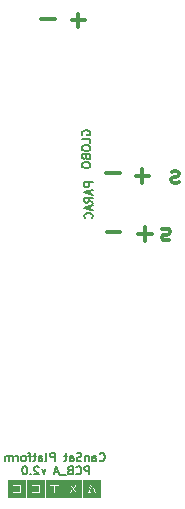
<source format=gbr>
G04 #@! TF.GenerationSoftware,KiCad,Pcbnew,(5.1.0)-1*
G04 #@! TF.CreationDate,2019-06-21T14:16:56-03:00*
G04 #@! TF.ProjectId,PCB_A,5043425f-412e-46b6-9963-61645f706362,rev?*
G04 #@! TF.SameCoordinates,Original*
G04 #@! TF.FileFunction,Legend,Bot*
G04 #@! TF.FilePolarity,Positive*
%FSLAX46Y46*%
G04 Gerber Fmt 4.6, Leading zero omitted, Abs format (unit mm)*
G04 Created by KiCad (PCBNEW (5.1.0)-1) date 2019-06-21 14:16:56*
%MOMM*%
%LPD*%
G04 APERTURE LIST*
%ADD10C,0.300000*%
%ADD11C,0.175000*%
%ADD12C,0.010000*%
G04 APERTURE END LIST*
D10*
X20083371Y1195342D02*
X20226228Y1266771D01*
X20511942Y1266771D01*
X20654800Y1195342D01*
X20726228Y1052485D01*
X20726228Y981057D01*
X20654800Y838200D01*
X20511942Y766771D01*
X20297657Y766771D01*
X20154800Y695342D01*
X20083371Y552485D01*
X20083371Y481057D01*
X20154800Y338200D01*
X20297657Y266771D01*
X20511942Y266771D01*
X20654800Y338200D01*
D11*
X14768833Y-18347500D02*
X14802166Y-18380833D01*
X14902166Y-18414166D01*
X14968833Y-18414166D01*
X15068833Y-18380833D01*
X15135500Y-18314166D01*
X15168833Y-18247500D01*
X15202166Y-18114166D01*
X15202166Y-18014166D01*
X15168833Y-17880833D01*
X15135500Y-17814166D01*
X15068833Y-17747500D01*
X14968833Y-17714166D01*
X14902166Y-17714166D01*
X14802166Y-17747500D01*
X14768833Y-17780833D01*
X14168833Y-18414166D02*
X14168833Y-18047500D01*
X14202166Y-17980833D01*
X14268833Y-17947500D01*
X14402166Y-17947500D01*
X14468833Y-17980833D01*
X14168833Y-18380833D02*
X14235500Y-18414166D01*
X14402166Y-18414166D01*
X14468833Y-18380833D01*
X14502166Y-18314166D01*
X14502166Y-18247500D01*
X14468833Y-18180833D01*
X14402166Y-18147500D01*
X14235500Y-18147500D01*
X14168833Y-18114166D01*
X13835500Y-17947500D02*
X13835500Y-18414166D01*
X13835500Y-18014166D02*
X13802166Y-17980833D01*
X13735500Y-17947500D01*
X13635500Y-17947500D01*
X13568833Y-17980833D01*
X13535500Y-18047500D01*
X13535500Y-18414166D01*
X13235500Y-18380833D02*
X13135500Y-18414166D01*
X12968833Y-18414166D01*
X12902166Y-18380833D01*
X12868833Y-18347500D01*
X12835500Y-18280833D01*
X12835500Y-18214166D01*
X12868833Y-18147500D01*
X12902166Y-18114166D01*
X12968833Y-18080833D01*
X13102166Y-18047500D01*
X13168833Y-18014166D01*
X13202166Y-17980833D01*
X13235500Y-17914166D01*
X13235500Y-17847500D01*
X13202166Y-17780833D01*
X13168833Y-17747500D01*
X13102166Y-17714166D01*
X12935500Y-17714166D01*
X12835500Y-17747500D01*
X12235500Y-18414166D02*
X12235500Y-18047500D01*
X12268833Y-17980833D01*
X12335500Y-17947500D01*
X12468833Y-17947500D01*
X12535500Y-17980833D01*
X12235500Y-18380833D02*
X12302166Y-18414166D01*
X12468833Y-18414166D01*
X12535500Y-18380833D01*
X12568833Y-18314166D01*
X12568833Y-18247500D01*
X12535500Y-18180833D01*
X12468833Y-18147500D01*
X12302166Y-18147500D01*
X12235500Y-18114166D01*
X12002166Y-17947500D02*
X11735500Y-17947500D01*
X11902166Y-17714166D02*
X11902166Y-18314166D01*
X11868833Y-18380833D01*
X11802166Y-18414166D01*
X11735500Y-18414166D01*
X10968833Y-18414166D02*
X10968833Y-17714166D01*
X10702166Y-17714166D01*
X10635500Y-17747500D01*
X10602166Y-17780833D01*
X10568833Y-17847500D01*
X10568833Y-17947500D01*
X10602166Y-18014166D01*
X10635500Y-18047500D01*
X10702166Y-18080833D01*
X10968833Y-18080833D01*
X10168833Y-18414166D02*
X10235500Y-18380833D01*
X10268833Y-18314166D01*
X10268833Y-17714166D01*
X9602166Y-18414166D02*
X9602166Y-18047500D01*
X9635500Y-17980833D01*
X9702166Y-17947500D01*
X9835500Y-17947500D01*
X9902166Y-17980833D01*
X9602166Y-18380833D02*
X9668833Y-18414166D01*
X9835500Y-18414166D01*
X9902166Y-18380833D01*
X9935500Y-18314166D01*
X9935500Y-18247500D01*
X9902166Y-18180833D01*
X9835500Y-18147500D01*
X9668833Y-18147500D01*
X9602166Y-18114166D01*
X9368833Y-17947500D02*
X9102166Y-17947500D01*
X9268833Y-17714166D02*
X9268833Y-18314166D01*
X9235500Y-18380833D01*
X9168833Y-18414166D01*
X9102166Y-18414166D01*
X8968833Y-17947500D02*
X8702166Y-17947500D01*
X8868833Y-18414166D02*
X8868833Y-17814166D01*
X8835500Y-17747500D01*
X8768833Y-17714166D01*
X8702166Y-17714166D01*
X8368833Y-18414166D02*
X8435500Y-18380833D01*
X8468833Y-18347500D01*
X8502166Y-18280833D01*
X8502166Y-18080833D01*
X8468833Y-18014166D01*
X8435500Y-17980833D01*
X8368833Y-17947500D01*
X8268833Y-17947500D01*
X8202166Y-17980833D01*
X8168833Y-18014166D01*
X8135500Y-18080833D01*
X8135500Y-18280833D01*
X8168833Y-18347500D01*
X8202166Y-18380833D01*
X8268833Y-18414166D01*
X8368833Y-18414166D01*
X7835500Y-18414166D02*
X7835500Y-17947500D01*
X7835500Y-18080833D02*
X7802166Y-18014166D01*
X7768833Y-17980833D01*
X7702166Y-17947500D01*
X7635500Y-17947500D01*
X7402166Y-18414166D02*
X7402166Y-17947500D01*
X7402166Y-18014166D02*
X7368833Y-17980833D01*
X7302166Y-17947500D01*
X7202166Y-17947500D01*
X7135500Y-17980833D01*
X7102166Y-18047500D01*
X7102166Y-18414166D01*
X7102166Y-18047500D02*
X7068833Y-17980833D01*
X7002166Y-17947500D01*
X6902166Y-17947500D01*
X6835500Y-17980833D01*
X6802166Y-18047500D01*
X6802166Y-18414166D01*
X14181666Y5173833D02*
X13481666Y5173833D01*
X13481666Y4907166D01*
X13515000Y4840500D01*
X13548333Y4807166D01*
X13615000Y4773833D01*
X13715000Y4773833D01*
X13781666Y4807166D01*
X13815000Y4840500D01*
X13848333Y4907166D01*
X13848333Y5173833D01*
X13981666Y4507166D02*
X13981666Y4173833D01*
X14181666Y4573833D02*
X13481666Y4340500D01*
X14181666Y4107166D01*
X14181666Y3473833D02*
X13848333Y3707166D01*
X14181666Y3873833D02*
X13481666Y3873833D01*
X13481666Y3607166D01*
X13515000Y3540500D01*
X13548333Y3507166D01*
X13615000Y3473833D01*
X13715000Y3473833D01*
X13781666Y3507166D01*
X13815000Y3540500D01*
X13848333Y3607166D01*
X13848333Y3873833D01*
X13981666Y3207166D02*
X13981666Y2873833D01*
X14181666Y3273833D02*
X13481666Y3040500D01*
X14181666Y2807166D01*
X14115000Y2173833D02*
X14148333Y2207166D01*
X14181666Y2307166D01*
X14181666Y2373833D01*
X14148333Y2473833D01*
X14081666Y2540500D01*
X14015000Y2573833D01*
X13881666Y2607166D01*
X13781666Y2607166D01*
X13648333Y2573833D01*
X13581666Y2540500D01*
X13515000Y2473833D01*
X13481666Y2373833D01*
X13481666Y2307166D01*
X13515000Y2207166D01*
X13548333Y2173833D01*
X13324600Y9190333D02*
X13291266Y9257000D01*
X13291266Y9357000D01*
X13324600Y9457000D01*
X13391266Y9523666D01*
X13457933Y9557000D01*
X13591266Y9590333D01*
X13691266Y9590333D01*
X13824600Y9557000D01*
X13891266Y9523666D01*
X13957933Y9457000D01*
X13991266Y9357000D01*
X13991266Y9290333D01*
X13957933Y9190333D01*
X13924600Y9157000D01*
X13691266Y9157000D01*
X13691266Y9290333D01*
X13991266Y8523666D02*
X13991266Y8857000D01*
X13291266Y8857000D01*
X13291266Y8157000D02*
X13291266Y8023666D01*
X13324600Y7957000D01*
X13391266Y7890333D01*
X13524600Y7857000D01*
X13757933Y7857000D01*
X13891266Y7890333D01*
X13957933Y7957000D01*
X13991266Y8023666D01*
X13991266Y8157000D01*
X13957933Y8223666D01*
X13891266Y8290333D01*
X13757933Y8323666D01*
X13524600Y8323666D01*
X13391266Y8290333D01*
X13324600Y8223666D01*
X13291266Y8157000D01*
X13624600Y7323666D02*
X13657933Y7223666D01*
X13691266Y7190333D01*
X13757933Y7157000D01*
X13857933Y7157000D01*
X13924600Y7190333D01*
X13957933Y7223666D01*
X13991266Y7290333D01*
X13991266Y7557000D01*
X13291266Y7557000D01*
X13291266Y7323666D01*
X13324600Y7257000D01*
X13357933Y7223666D01*
X13424600Y7190333D01*
X13491266Y7190333D01*
X13557933Y7223666D01*
X13591266Y7257000D01*
X13624600Y7323666D01*
X13624600Y7557000D01*
X13291266Y6723666D02*
X13291266Y6590333D01*
X13324600Y6523666D01*
X13391266Y6457000D01*
X13524600Y6423666D01*
X13757933Y6423666D01*
X13891266Y6457000D01*
X13957933Y6523666D01*
X13991266Y6590333D01*
X13991266Y6723666D01*
X13957933Y6790333D01*
X13891266Y6857000D01*
X13757933Y6890333D01*
X13524600Y6890333D01*
X13391266Y6857000D01*
X13324600Y6790333D01*
X13291266Y6723666D01*
D10*
X16531428Y992857D02*
X15388571Y992857D01*
X18601857Y232571D02*
X18601857Y1375428D01*
X18030428Y804000D02*
X19173285Y803999D01*
X21471028Y5230857D02*
X21328171Y5159428D01*
X21042457Y5159428D01*
X20899600Y5230857D01*
X20828171Y5373714D01*
X20828171Y5445142D01*
X20899600Y5588000D01*
X21042457Y5659428D01*
X21256742Y5659428D01*
X21399600Y5730857D01*
X21471028Y5873714D01*
X21471028Y5945142D01*
X21399600Y6088000D01*
X21256742Y6159428D01*
X21042457Y6159428D01*
X20899600Y6088000D01*
X18971028Y5730857D02*
X17828171Y5730857D01*
X18399600Y5159428D02*
X18399600Y6302285D01*
X16471028Y5980857D02*
X15328171Y5980857D01*
X9817171Y19004742D02*
X10960028Y19004742D01*
X12407971Y18903142D02*
X13550828Y18903142D01*
X12979400Y19474571D02*
X12979400Y18331714D01*
D11*
X13891066Y-19544466D02*
X13891066Y-18844466D01*
X13624400Y-18844466D01*
X13557733Y-18877800D01*
X13524400Y-18911133D01*
X13491066Y-18977800D01*
X13491066Y-19077800D01*
X13524400Y-19144466D01*
X13557733Y-19177800D01*
X13624400Y-19211133D01*
X13891066Y-19211133D01*
X12791066Y-19477800D02*
X12824400Y-19511133D01*
X12924400Y-19544466D01*
X12991066Y-19544466D01*
X13091066Y-19511133D01*
X13157733Y-19444466D01*
X13191066Y-19377800D01*
X13224400Y-19244466D01*
X13224400Y-19144466D01*
X13191066Y-19011133D01*
X13157733Y-18944466D01*
X13091066Y-18877800D01*
X12991066Y-18844466D01*
X12924400Y-18844466D01*
X12824400Y-18877800D01*
X12791066Y-18911133D01*
X12257733Y-19177800D02*
X12157733Y-19211133D01*
X12124400Y-19244466D01*
X12091066Y-19311133D01*
X12091066Y-19411133D01*
X12124400Y-19477800D01*
X12157733Y-19511133D01*
X12224400Y-19544466D01*
X12491066Y-19544466D01*
X12491066Y-18844466D01*
X12257733Y-18844466D01*
X12191066Y-18877800D01*
X12157733Y-18911133D01*
X12124400Y-18977800D01*
X12124400Y-19044466D01*
X12157733Y-19111133D01*
X12191066Y-19144466D01*
X12257733Y-19177800D01*
X12491066Y-19177800D01*
X11957733Y-19611133D02*
X11424400Y-19611133D01*
X11291066Y-19344466D02*
X10957733Y-19344466D01*
X11357733Y-19544466D02*
X11124400Y-18844466D01*
X10891066Y-19544466D01*
X10191066Y-19077800D02*
X10024400Y-19544466D01*
X9857733Y-19077800D01*
X9624400Y-18911133D02*
X9591066Y-18877800D01*
X9524400Y-18844466D01*
X9357733Y-18844466D01*
X9291066Y-18877800D01*
X9257733Y-18911133D01*
X9224400Y-18977800D01*
X9224400Y-19044466D01*
X9257733Y-19144466D01*
X9657733Y-19544466D01*
X9224400Y-19544466D01*
X8924400Y-19477800D02*
X8891066Y-19511133D01*
X8924400Y-19544466D01*
X8957733Y-19511133D01*
X8924400Y-19477800D01*
X8924400Y-19544466D01*
X8457733Y-18844466D02*
X8391066Y-18844466D01*
X8324400Y-18877800D01*
X8291066Y-18911133D01*
X8257733Y-18977800D01*
X8224400Y-19111133D01*
X8224400Y-19277800D01*
X8257733Y-19411133D01*
X8291066Y-19477800D01*
X8324400Y-19511133D01*
X8391066Y-19544466D01*
X8457733Y-19544466D01*
X8524400Y-19511133D01*
X8557733Y-19477800D01*
X8591066Y-19411133D01*
X8624400Y-19277800D01*
X8624400Y-19111133D01*
X8591066Y-18977800D01*
X8557733Y-18911133D01*
X8524400Y-18877800D01*
X8457733Y-18844466D01*
D12*
G36*
X13373100Y-21437600D02*
G01*
X14808200Y-21437600D01*
X14808200Y-21108637D01*
X14475884Y-21108637D01*
X14466598Y-21114489D01*
X14438186Y-21118620D01*
X14398979Y-21120100D01*
X14317842Y-21120100D01*
X14210596Y-20840919D01*
X14180061Y-20762303D01*
X14152204Y-20692234D01*
X14128383Y-20633998D01*
X14109959Y-20590879D01*
X14098289Y-20566163D01*
X14095013Y-20561519D01*
X14088133Y-20572668D01*
X14073839Y-20603638D01*
X14053742Y-20650509D01*
X14029450Y-20709357D01*
X14002573Y-20776263D01*
X13974721Y-20847304D01*
X13947502Y-20918558D01*
X13937437Y-20945475D01*
X13935705Y-20957745D01*
X13945421Y-20964465D01*
X13971591Y-20967240D01*
X14006742Y-20967700D01*
X14084300Y-20967700D01*
X14084300Y-21120100D01*
X13705681Y-21120100D01*
X14018197Y-20339050D01*
X14092524Y-20335540D01*
X14166850Y-20332030D01*
X14319250Y-20714603D01*
X14356272Y-20807562D01*
X14390306Y-20893069D01*
X14420206Y-20968239D01*
X14444825Y-21030185D01*
X14463017Y-21076022D01*
X14473633Y-21102865D01*
X14475884Y-21108637D01*
X14808200Y-21108637D01*
X14808200Y-20002500D01*
X13373100Y-20002500D01*
X13373100Y-21437600D01*
X13373100Y-21437600D01*
G37*
X13373100Y-21437600D02*
X14808200Y-21437600D01*
X14808200Y-21108637D01*
X14475884Y-21108637D01*
X14466598Y-21114489D01*
X14438186Y-21118620D01*
X14398979Y-21120100D01*
X14317842Y-21120100D01*
X14210596Y-20840919D01*
X14180061Y-20762303D01*
X14152204Y-20692234D01*
X14128383Y-20633998D01*
X14109959Y-20590879D01*
X14098289Y-20566163D01*
X14095013Y-20561519D01*
X14088133Y-20572668D01*
X14073839Y-20603638D01*
X14053742Y-20650509D01*
X14029450Y-20709357D01*
X14002573Y-20776263D01*
X13974721Y-20847304D01*
X13947502Y-20918558D01*
X13937437Y-20945475D01*
X13935705Y-20957745D01*
X13945421Y-20964465D01*
X13971591Y-20967240D01*
X14006742Y-20967700D01*
X14084300Y-20967700D01*
X14084300Y-21120100D01*
X13705681Y-21120100D01*
X14018197Y-20339050D01*
X14092524Y-20335540D01*
X14166850Y-20332030D01*
X14319250Y-20714603D01*
X14356272Y-20807562D01*
X14390306Y-20893069D01*
X14420206Y-20968239D01*
X14444825Y-21030185D01*
X14463017Y-21076022D01*
X14473633Y-21102865D01*
X14475884Y-21108637D01*
X14808200Y-21108637D01*
X14808200Y-20002500D01*
X13373100Y-20002500D01*
X13373100Y-21437600D01*
G36*
X11785600Y-21437600D02*
G01*
X13220700Y-21437600D01*
X13220700Y-21112732D01*
X12882440Y-21112732D01*
X12867192Y-21117696D01*
X12832004Y-21119848D01*
X12804376Y-21120100D01*
X12715141Y-21120100D01*
X12615954Y-20986750D01*
X12578329Y-20937115D01*
X12545709Y-20895860D01*
X12521213Y-20866801D01*
X12507959Y-20853754D01*
X12506981Y-20853400D01*
X12496173Y-20863038D01*
X12473564Y-20889402D01*
X12442277Y-20928664D01*
X12405437Y-20976998D01*
X12398573Y-20986210D01*
X12299950Y-21119020D01*
X12214225Y-21119560D01*
X12171287Y-21118910D01*
X12140533Y-21116688D01*
X12128505Y-21113372D01*
X12128500Y-21113301D01*
X12135776Y-21101443D01*
X12155957Y-21072763D01*
X12186579Y-21030657D01*
X12225174Y-20978523D01*
X12262312Y-20928988D01*
X12306433Y-20869940D01*
X12345284Y-20816970D01*
X12376206Y-20773781D01*
X12396542Y-20744073D01*
X12403436Y-20732414D01*
X12403460Y-20723960D01*
X12397843Y-20709689D01*
X12385209Y-20687602D01*
X12364181Y-20655700D01*
X12333381Y-20611982D01*
X12291432Y-20554450D01*
X12236958Y-20481103D01*
X12168580Y-20389942D01*
X12156562Y-20373975D01*
X12125486Y-20332700D01*
X12300868Y-20332700D01*
X12400054Y-20466050D01*
X12437541Y-20515605D01*
X12469849Y-20556730D01*
X12493909Y-20585636D01*
X12506655Y-20598532D01*
X12507546Y-20598860D01*
X12517796Y-20589025D01*
X12539935Y-20562509D01*
X12570885Y-20523148D01*
X12607567Y-20474784D01*
X12614473Y-20465510D01*
X12713095Y-20332700D01*
X12795448Y-20332700D01*
X12837435Y-20333656D01*
X12867104Y-20336158D01*
X12877800Y-20339498D01*
X12870541Y-20351382D01*
X12850420Y-20380066D01*
X12819926Y-20422113D01*
X12781545Y-20474087D01*
X12746855Y-20520473D01*
X12703171Y-20578758D01*
X12664552Y-20630620D01*
X12633717Y-20672385D01*
X12613380Y-20700377D01*
X12606591Y-20710225D01*
X12611017Y-20725176D01*
X12629708Y-20757716D01*
X12661085Y-20805579D01*
X12703569Y-20866501D01*
X12755580Y-20938216D01*
X12815540Y-21018461D01*
X12881292Y-21104225D01*
X12882440Y-21112732D01*
X13220700Y-21112732D01*
X13220700Y-20002500D01*
X11785600Y-20002500D01*
X11785600Y-21437600D01*
X11785600Y-21437600D01*
G37*
X11785600Y-21437600D02*
X13220700Y-21437600D01*
X13220700Y-21112732D01*
X12882440Y-21112732D01*
X12867192Y-21117696D01*
X12832004Y-21119848D01*
X12804376Y-21120100D01*
X12715141Y-21120100D01*
X12615954Y-20986750D01*
X12578329Y-20937115D01*
X12545709Y-20895860D01*
X12521213Y-20866801D01*
X12507959Y-20853754D01*
X12506981Y-20853400D01*
X12496173Y-20863038D01*
X12473564Y-20889402D01*
X12442277Y-20928664D01*
X12405437Y-20976998D01*
X12398573Y-20986210D01*
X12299950Y-21119020D01*
X12214225Y-21119560D01*
X12171287Y-21118910D01*
X12140533Y-21116688D01*
X12128505Y-21113372D01*
X12128500Y-21113301D01*
X12135776Y-21101443D01*
X12155957Y-21072763D01*
X12186579Y-21030657D01*
X12225174Y-20978523D01*
X12262312Y-20928988D01*
X12306433Y-20869940D01*
X12345284Y-20816970D01*
X12376206Y-20773781D01*
X12396542Y-20744073D01*
X12403436Y-20732414D01*
X12403460Y-20723960D01*
X12397843Y-20709689D01*
X12385209Y-20687602D01*
X12364181Y-20655700D01*
X12333381Y-20611982D01*
X12291432Y-20554450D01*
X12236958Y-20481103D01*
X12168580Y-20389942D01*
X12156562Y-20373975D01*
X12125486Y-20332700D01*
X12300868Y-20332700D01*
X12400054Y-20466050D01*
X12437541Y-20515605D01*
X12469849Y-20556730D01*
X12493909Y-20585636D01*
X12506655Y-20598532D01*
X12507546Y-20598860D01*
X12517796Y-20589025D01*
X12539935Y-20562509D01*
X12570885Y-20523148D01*
X12607567Y-20474784D01*
X12614473Y-20465510D01*
X12713095Y-20332700D01*
X12795448Y-20332700D01*
X12837435Y-20333656D01*
X12867104Y-20336158D01*
X12877800Y-20339498D01*
X12870541Y-20351382D01*
X12850420Y-20380066D01*
X12819926Y-20422113D01*
X12781545Y-20474087D01*
X12746855Y-20520473D01*
X12703171Y-20578758D01*
X12664552Y-20630620D01*
X12633717Y-20672385D01*
X12613380Y-20700377D01*
X12606591Y-20710225D01*
X12611017Y-20725176D01*
X12629708Y-20757716D01*
X12661085Y-20805579D01*
X12703569Y-20866501D01*
X12755580Y-20938216D01*
X12815540Y-21018461D01*
X12881292Y-21104225D01*
X12882440Y-21112732D01*
X13220700Y-21112732D01*
X13220700Y-20002500D01*
X11785600Y-20002500D01*
X11785600Y-21437600D01*
G36*
X10198100Y-21437600D02*
G01*
X11633200Y-21437600D01*
X11633200Y-20332700D01*
X11315700Y-20332700D01*
X11315700Y-20485100D01*
X10998200Y-20485100D01*
X10998200Y-21120100D01*
X10845800Y-21120100D01*
X10845800Y-20485100D01*
X10528300Y-20485100D01*
X10528300Y-20332700D01*
X11315700Y-20332700D01*
X11633200Y-20332700D01*
X11633200Y-20002500D01*
X10198100Y-20002500D01*
X10198100Y-21437600D01*
X10198100Y-21437600D01*
G37*
X10198100Y-21437600D02*
X11633200Y-21437600D01*
X11633200Y-20332700D01*
X11315700Y-20332700D01*
X11315700Y-20485100D01*
X10998200Y-20485100D01*
X10998200Y-21120100D01*
X10845800Y-21120100D01*
X10845800Y-20485100D01*
X10528300Y-20485100D01*
X10528300Y-20332700D01*
X11315700Y-20332700D01*
X11633200Y-20332700D01*
X11633200Y-20002500D01*
X10198100Y-20002500D01*
X10198100Y-21437600D01*
G36*
X8610600Y-21437600D02*
G01*
X10045700Y-21437600D01*
X10045700Y-20332700D01*
X9728200Y-20332700D01*
X9728200Y-21120100D01*
X8940800Y-21120100D01*
X8940800Y-20967700D01*
X9575800Y-20967700D01*
X9575800Y-20802600D01*
X9093200Y-20802600D01*
X9093200Y-20650200D01*
X9575800Y-20650200D01*
X9575800Y-20485100D01*
X8940800Y-20485100D01*
X8940800Y-20332700D01*
X9728200Y-20332700D01*
X10045700Y-20332700D01*
X10045700Y-20002500D01*
X8610600Y-20002500D01*
X8610600Y-21437600D01*
X8610600Y-21437600D01*
G37*
X8610600Y-21437600D02*
X10045700Y-21437600D01*
X10045700Y-20332700D01*
X9728200Y-20332700D01*
X9728200Y-21120100D01*
X8940800Y-21120100D01*
X8940800Y-20967700D01*
X9575800Y-20967700D01*
X9575800Y-20802600D01*
X9093200Y-20802600D01*
X9093200Y-20650200D01*
X9575800Y-20650200D01*
X9575800Y-20485100D01*
X8940800Y-20485100D01*
X8940800Y-20332700D01*
X9728200Y-20332700D01*
X10045700Y-20332700D01*
X10045700Y-20002500D01*
X8610600Y-20002500D01*
X8610600Y-21437600D01*
G36*
X7023100Y-21437600D02*
G01*
X8458200Y-21437600D01*
X8458200Y-20332700D01*
X8140700Y-20332700D01*
X8140700Y-21120100D01*
X7353300Y-21120100D01*
X7353300Y-20967700D01*
X7988300Y-20967700D01*
X7988300Y-20485100D01*
X7353300Y-20485100D01*
X7353300Y-20332700D01*
X8140700Y-20332700D01*
X8458200Y-20332700D01*
X8458200Y-20002500D01*
X7023100Y-20002500D01*
X7023100Y-21437600D01*
X7023100Y-21437600D01*
G37*
X7023100Y-21437600D02*
X8458200Y-21437600D01*
X8458200Y-20332700D01*
X8140700Y-20332700D01*
X8140700Y-21120100D01*
X7353300Y-21120100D01*
X7353300Y-20967700D01*
X7988300Y-20967700D01*
X7988300Y-20485100D01*
X7353300Y-20485100D01*
X7353300Y-20332700D01*
X8140700Y-20332700D01*
X8458200Y-20332700D01*
X8458200Y-20002500D01*
X7023100Y-20002500D01*
X7023100Y-21437600D01*
M02*

</source>
